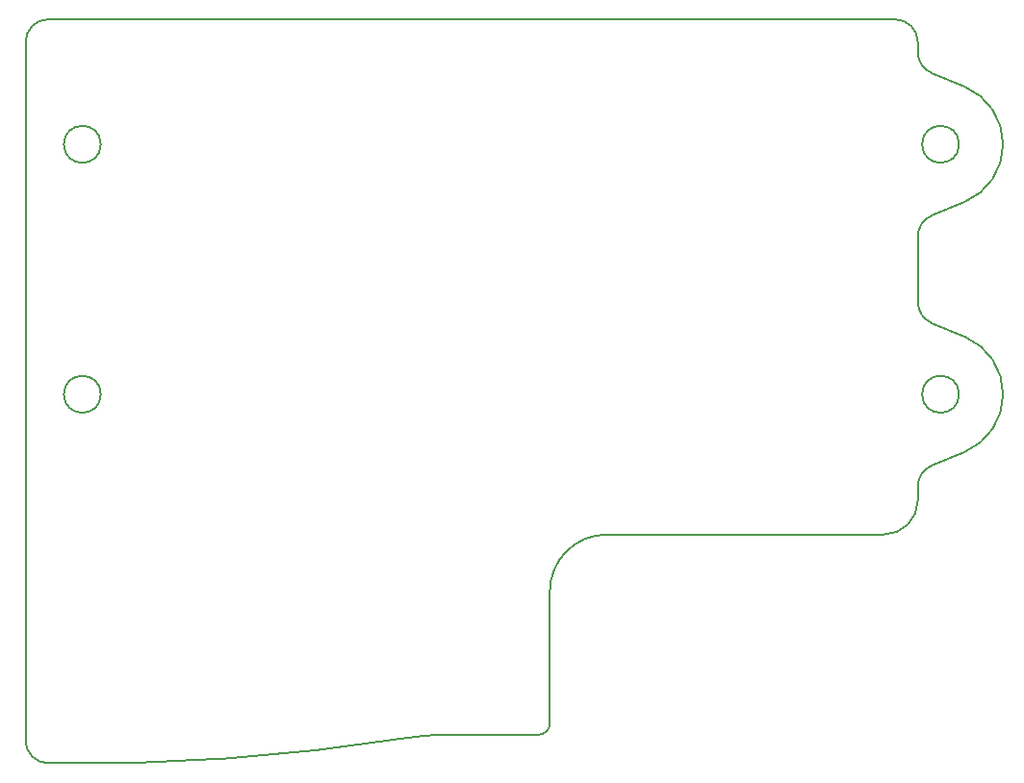
<source format=gbr>
%TF.GenerationSoftware,KiCad,Pcbnew,(5.0.0)*%
%TF.CreationDate,2019-04-02T12:02:53-04:00*%
%TF.ProjectId,Fusion Dummy Mainboard Test Fit,467573696F6E2044756D6D79204D6169,rev?*%
%TF.SameCoordinates,Original*%
%TF.FileFunction,Profile,NP*%
%FSLAX46Y46*%
G04 Gerber Fmt 4.6, Leading zero omitted, Abs format (unit mm)*
G04 Created by KiCad (PCBNEW (5.0.0)) date 04/02/19 12:02:53*
%MOMM*%
%LPD*%
G01*
G04 APERTURE LIST*
%ADD10C,0.200000*%
G04 APERTURE END LIST*
D10*
X158000000Y-81882059D02*
X158000000Y-81000000D01*
X86125000Y-112000000D02*
G75*
G03X86125000Y-112000000I-1625000J0D01*
G01*
X161625000Y-112000000D02*
G75*
G03X161625000Y-112000000I-1625000J0D01*
G01*
X161625000Y-90000000D02*
G75*
G03X161625000Y-90000000I-1625000J0D01*
G01*
X86125000Y-90000000D02*
G75*
G03X86125000Y-90000000I-1625000J0D01*
G01*
X159234633Y-105729818D02*
G75*
G02X158000000Y-103882059I765367J1847759D01*
G01*
X125630000Y-140960000D02*
X125630000Y-129350000D01*
X162104759Y-84918663D02*
X159234633Y-83729818D01*
X159234633Y-83729818D02*
G75*
G02X158000000Y-81882059I765367J1847759D01*
G01*
X159234633Y-96270183D02*
X162104759Y-95081338D01*
X158000000Y-98117942D02*
G75*
G02X159234633Y-96270183I2000000J0D01*
G01*
X158000000Y-121350000D02*
G75*
G02X155000000Y-124350000I-3000000J0D01*
G01*
X79500000Y-81000000D02*
G75*
G02X81500000Y-79000000I2000000J0D01*
G01*
X162104759Y-84918662D02*
G75*
G02X162104759Y-95081338I-2104759J-5081338D01*
G01*
X158000000Y-121350000D02*
X158000000Y-120117942D01*
X112897249Y-142264738D02*
G75*
G02X116768705Y-141960000I3871456J-24439533D01*
G01*
X79500000Y-81000000D02*
X79500000Y-142474929D01*
X112897249Y-142264739D02*
G75*
G02X81466574Y-144474650I-28397249J179264739D01*
G01*
X81466574Y-144474650D02*
G75*
G02X79500000Y-142474929I33426J1999721D01*
G01*
X162104759Y-106918663D02*
X159234633Y-105729818D01*
X162104759Y-106918662D02*
G75*
G02X162104759Y-117081338I-2104759J-5081338D01*
G01*
X159234633Y-118270183D02*
X162104759Y-117081338D01*
X125630000Y-140960000D02*
G75*
G02X124630000Y-141960000I-1000000J0D01*
G01*
X130630000Y-124350000D02*
X155000000Y-124350000D01*
X125630000Y-129350000D02*
G75*
G02X130630000Y-124350000I5000000J0D01*
G01*
X116768705Y-141960000D02*
X124630000Y-141960000D01*
X158000000Y-103882059D02*
X158000000Y-98117942D01*
X158000000Y-120117942D02*
G75*
G02X159234633Y-118270183I2000000J0D01*
G01*
X156000000Y-79000000D02*
X81500000Y-79000000D01*
X156000000Y-79000000D02*
G75*
G02X158000000Y-81000000I0J-2000000D01*
G01*
M02*

</source>
